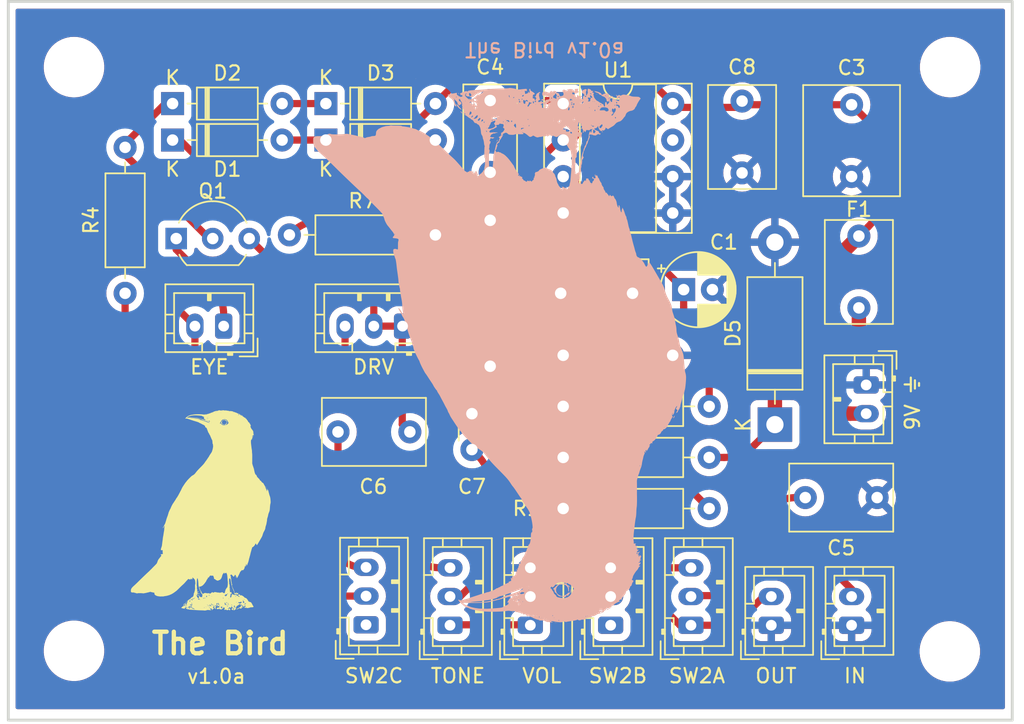
<source format=kicad_pcb>
(kicad_pcb (version 20211014) (generator pcbnew)
  (layers (0 "F.Cu" signal) (31 "B.Cu" signal) (34 "B.Paste" user) (35 "F.Paste" user) (36 "B.SilkS" user "B.Silkscreen") (37 "F.SilkS" user "F.Silkscreen") (38 "B.Mask" user) (39 "F.Mask" user) (44 "Edge.Cuts" user))
  (net 0 "")
  (net 1 "GND")
  (net 2 "Net-(C1-Pad1)")
  (net 3 "Net-(C2-Pad1)")
  (net 4 "Net-(C2-Pad2)")
  (net 5 "Net-(DRV1-Pad3)")
  (net 6 "Net-(C6-Pad2)")
  (net 7 "Net-(C7-Pad2)")
  (net 8 "Net-(D1-Pad2)")
  (net 9 "Net-(D2-Pad1)")
  (net 10 "OPAIn")
  (net 11 "Net-(C4-Pad2)")
  (net 12 "OPAOut")
  (net 13 "Net-(EYELED1-Pad1)")
  (net 15 "Net-(IN1-Pad2)")
  (net 16 "Net-(OUT1-Pad2)")
  (net 17 "Net-(D2-Pad2)")
  (net 18 "Net-(TONE1-Pad1)")
  (net 19 "Net-(D4-Pad2)")
  (net 22 "ON1")
  (net 23 "ON2")
  (net 24 "Net-(C5-Pad2)")
  (net 25 "Net-(F1-Pad1)")
  (footprint "Resistor_THT:R_Axial_DIN0207_L6.3mm_D2.5mm_P10.16mm_Horizontal" (layer "F.Cu") (at 88.646 82.804)
    (fp_text reference "R7" (at 5.08 -2.37) (layer "F.SilkS"))
    (fp_text value "10k")
    (pad "1" thru_hole circle locked (at 0 0) (size 1.6 1.6) (drill 0.8) (layers *.Cu *.Mask) (net 19 "Net-(D4-Pad2)"))
    (pad "2" thru_hole oval locked (at 10.16 0) (size 1.6 1.6) (drill 0.8) (layers *.Cu *.Mask) (net 11 "Net-(C4-Pad2)"))
  )
  (footprint "Capacitor_THT:C_Disc_D3.0mm_W1.6mm_P2.50mm" (layer "F.Cu") (at 101.346 95.25 -90)
    (fp_text reference "C7" (at 5.08 0 -180) (layer "F.SilkS"))
    (fp_text value "22n")
    (pad "1" thru_hole circle locked (at 0 0 270) (size 1.6 1.6) (drill 0.8) (layers *.Cu *.Mask) (net 1 "GND"))
    (pad "2" thru_hole circle locked (at 2.5 0 270) (size 1.6 1.6) (drill 0.8) (layers *.Cu *.Mask) (net 7 "Net-(C7-Pad2)"))
  )
  (footprint "Capacitor_THT:C_Rect_L7.0mm_W4.5mm_P5.00mm" (layer "F.Cu") (at 112.522 86.868 180)
    (fp_text reference "C2" (at 2.5 3.302) (layer "F.SilkS"))
    (fp_text value "100n")
    (pad "1" thru_hole circle locked (at 0 0 180) (size 1.6 1.6) (drill 0.8) (layers *.Cu *.Mask) (net 3 "Net-(C2-Pad1)"))
    (pad "2" thru_hole circle locked (at 5 0 180) (size 1.6 1.6) (drill 0.8) (layers *.Cu *.Mask) (net 4 "Net-(C2-Pad2)"))
  )
  (footprint "Logos:Dohle_large_bottom" (layer "F.Cu") (at 104.14 92.202 180)
    (fp_text reference "G***" hide)
    (fp_text value "LOGO" hide)
  )
  (footprint "MountingHole:MountingHole_3.2mm_M3" (layer "F.Cu") (at 73.66 71.12)
    (fp_text reference "H2" hide)
    (fp_text value "MountingHole")
    (pad "" np_thru_hole circle locked (at 0 0) (size 3.2 3.2) (drill 3.2) (layers *.Cu *.Mask))
  )
  (footprint "Capacitor_THT:C_Rect_L7.0mm_W3.5mm_P5.00mm" (layer "F.Cu") (at 102.616 78.446 90)
    (fp_text reference "C4" (at 7.326 0 180) (layer "F.SilkS"))
    (fp_text value "100p")
    (pad "1" thru_hole circle locked (at 0 0 90) (size 1.6 1.6) (drill 0.8) (layers *.Cu *.Mask) (net 4 "Net-(C2-Pad2)"))
    (pad "2" thru_hole circle locked (at 5 0 90) (size 1.6 1.6) (drill 0.8) (layers *.Cu *.Mask) (net 11 "Net-(C4-Pad2)"))
  )
  (footprint "Connector_JST:JST_PH_B2B-PH-K_1x02_P2.00mm_Vertical" (layer "F.Cu") (at 128.778 93.25 -90)
    (fp_text reference "PWR1" hide)
    (fp_text value "Out")
    (fp_text user "9V ⏚" (at 1.25 -3.222 90 unlocked) (layer "F.SilkS"))
    (pad "1" thru_hole roundrect locked (at 0 0 270) (size 1.2 1.75) (drill 0.75) (layers *.Cu *.Mask) (roundrect_rratio 0.2083333333) (net 1 "GND"))
    (pad "2" thru_hole oval locked (at 2 0 270) (size 1.2 1.75) (drill 0.75) (layers *.Cu *.Mask) (net 25 "Net-(F1-Pad1)"))
  )
  (footprint "Capacitor_THT:C_Rect_L7.0mm_W4.5mm_P5.00mm" (layer "F.Cu") (at 129.54 101.092 180)
    (fp_text reference "C5" (at 2.5 -3.5) (layer "F.SilkS"))
    (fp_text value "100n")
    (pad "1" thru_hole circle locked (at 0 0 180) (size 1.6 1.6) (drill 0.8) (layers *.Cu *.Mask) (net 1 "GND"))
    (pad "2" thru_hole circle locked (at 5 0 180) (size 1.6 1.6) (drill 0.8) (layers *.Cu *.Mask) (net 24 "Net-(C5-Pad2)"))
  )
  (footprint "Diode_THT:D_DO-35_SOD27_P7.62mm_Horizontal" (layer "F.Cu") (at 80.518 76.2)
    (fp_text reference "D1" (at 3.81 2.032) (layer "F.SilkS"))
    (fp_text value "1N4148")
    (fp_text user "K" (at 0 2.032) (layer "F.SilkS"))
    (pad "1" thru_hole rect locked (at 0 0) (size 1.6 1.6) (drill 0.8) (layers *.Cu *.Mask) (net 4 "Net-(C2-Pad2)"))
    (pad "2" thru_hole oval locked (at 7.62 0) (size 1.6 1.6) (drill 0.8) (layers *.Cu *.Mask) (net 8 "Net-(D1-Pad2)"))
  )
  (footprint "Diode_THT:D_DO-35_SOD27_P7.62mm_Horizontal" (layer "F.Cu") (at 80.518 73.66)
    (fp_text reference "D2" (at 3.81 -2.12) (layer "F.SilkS"))
    (fp_text value "1N4148")
    (fp_text user "K" (at 0 -1.8) (layer "F.SilkS"))
    (pad "1" thru_hole rect locked (at 0 0) (size 1.6 1.6) (drill 0.8) (layers *.Cu *.Mask) (net 9 "Net-(D2-Pad1)"))
    (pad "2" thru_hole oval locked (at 7.62 0) (size 1.6 1.6) (drill 0.8) (layers *.Cu *.Mask) (net 17 "Net-(D2-Pad2)"))
  )
  (footprint "MountingHole:MountingHole_3.2mm_M3" (layer "F.Cu") (at 134.62 71.12)
    (fp_text reference "H3" hide)
    (fp_text value "MountingHole")
    (pad "" np_thru_hole circle locked (at 0 0) (size 3.2 3.2) (drill 3.2) (layers *.Cu *.Mask))
  )
  (footprint "Diode_THT:D_DO-35_SOD27_P7.62mm_Horizontal" (layer "F.Cu") (at 91.186 73.66)
    (fp_text reference "D3" (at 3.81 -2.12) (layer "F.SilkS"))
    (fp_text value "1N4148")
    (fp_text user "K" (at 0 -1.8) (layer "F.SilkS"))
    (pad "1" thru_hole rect locked (at 0 0) (size 1.6 1.6) (drill 0.8) (layers *.Cu *.Mask) (net 17 "Net-(D2-Pad2)"))
    (pad "2" thru_hole oval locked (at 7.62 0) (size 1.6 1.6) (drill 0.8) (layers *.Cu *.Mask) (net 4 "Net-(C2-Pad2)"))
  )
  (footprint "MountingHole:MountingHole_3.2mm_M3" (layer "F.Cu") (at 134.6 111.8)
    (fp_text reference "H1" hide)
    (fp_text value "MountingHole")
    (pad "" np_thru_hole circle locked (at 0 0) (size 3.2 3.2) (drill 3.2) (layers *.Cu *.Mask))
  )
  (footprint "Resistor_THT:R_Axial_DIN0207_L6.3mm_D2.5mm_P10.16mm_Horizontal" (layer "F.Cu") (at 107.696 101.854)
    (fp_text reference "R1" (at -2.54 0) (layer "F.SilkS"))
    (fp_text value "10k")
    (pad "1" thru_hole circle locked (at 0 0) (size 1.6 1.6) (drill 0.8) (layers *.Cu *.Mask) (net 10 "OPAIn"))
    (pad "2" thru_hole oval locked (at 10.16 0) (size 1.6 1.6) (drill 0.8) (layers *.Cu *.Mask) (net 3 "Net-(C2-Pad1)"))
  )
  (footprint "Capacitor_THT:C_Rect_L7.0mm_W4.5mm_P5.00mm" (layer "F.Cu") (at 120.142 78.486 90)
    (fp_text reference "C8" (at 7.366 0 180) (layer "F.SilkS"))
    (fp_text value "100n")
    (pad "1" thru_hole circle locked (at 0 0 90) (size 1.6 1.6) (drill 0.8) (layers *.Cu *.Mask) (net 1 "GND"))
    (pad "2" thru_hole circle locked (at 5 0 90) (size 1.6 1.6) (drill 0.8) (layers *.Cu *.Mask) (net 22 "ON1"))
  )
  (footprint "MountingHole:MountingHole_3.2mm_M3" (layer "F.Cu") (at 73.66 111.76)
    (fp_text reference "H4" hide)
    (fp_text value "MountingHole")
    (pad "" np_thru_hole circle locked (at 0 0) (size 3.2 3.2) (drill 3.2) (layers *.Cu *.Mask))
  )
  (footprint "Connector_JST:JST_PH_B2B-PH-K_1x02_P2.00mm_Vertical" (layer "F.Cu") (at 122.174 109.982 90)
    (fp_text reference "OUT1" hide)
    (fp_text value "Out")
    (fp_text user "OUT" (at -3.518 0.326 unlocked) (layer "F.SilkS"))
    (pad "1" thru_hole roundrect locked (at 0 0 90) (size 1.2 1.75) (drill 0.75) (layers *.Cu *.Mask) (roundrect_rratio 0.2083333333) (net 1 "GND"))
    (pad "2" thru_hole oval locked (at 2 0 90) (size 1.2 1.75) (drill 0.75) (layers *.Cu *.Mask) (net 16 "Net-(OUT1-Pad2)"))
  )
  (footprint "Capacitor_THT:C_Rect_L7.0mm_W4.5mm_P5.00mm" (layer "F.Cu") (at 97.028 96.52 180)
    (fp_text reference "C6" (at 2.54 -3.81) (layer "F.SilkS"))
    (fp_text value "100n")
    (pad "1" thru_hole circle locked (at 0 0 180) (size 1.6 1.6) (drill 0.8) (layers *.Cu *.Mask) (net 11 "Net-(C4-Pad2)"))
    (pad "2" thru_hole circle locked (at 5 0 180) (size 1.6 1.6) (drill 0.8) (layers *.Cu *.Mask) (net 6 "Net-(C6-Pad2)"))
  )
  (footprint "Connector_JST:JST_PH_B3B-PH-K_1x03_P2.00mm_Vertical" (layer "F.Cu") (at 116.586 109.982 90)
    (fp_text reference "SW2A1" hide)
    (fp_text value "BYPASS")
    (fp_text user "SW2A" (at -3.518 0.414 unlocked) (layer "F.SilkS"))
    (pad "1" thru_hole roundrect locked (at 0 0 90) (size 1.2 1.75) (drill 0.75) (layers *.Cu *.Mask) (roundrect_rratio 0.2083333333) (net 16 "Net-(OUT1-Pad2)"))
    (pad "2" thru_hole oval locked (at 2 0 90) (size 1.2 1.75) (drill 0.75) (layers *.Cu *.Mask) (net 15 "Net-(IN1-Pad2)"))
    (pad "3" thru_hole oval locked (at 4 0 90) (size 1.2 1.75) (drill 0.75) (layers *.Cu *.Mask) (net 10 "OPAIn"))
  )
  (footprint "Diode_THT:D_DO-35_SOD27_P7.62mm_Horizontal" (layer "F.Cu") (at 107.696 91.186)
    (fp_text reference "D6" (at -2.54 0) (layer "F.SilkS"))
    (fp_text value "BZX55C4V7")
    (fp_text user "K" (at -2.54 -1.524) (layer "F.SilkS"))
    (pad "1" thru_hole rect locked (at 0 0) (size 1.6 1.6) (drill 0.8) (layers *.Cu *.Mask) (net 24 "Net-(C5-Pad2)"))
    (pad "2" thru_hole oval locked (at 7.62 0) (size 1.6 1.6) (drill 0.8) (layers *.Cu *.Mask) (net 1 "GND"))
  )
  (footprint "Diode_THT:D_DO-35_SOD27_P7.62mm_Horizontal" (layer "F.Cu") (at 91.186 76.2)
    (fp_text reference "D4" (at 3.81 2.032) (layer "F.SilkS"))
    (fp_text value "1N4148")
    (fp_text user "K" (at 0 2.032) (layer "F.SilkS"))
    (pad "1" thru_hole rect locked (at 0 0) (size 1.6 1.6) (drill 0.8) (layers *.Cu *.Mask) (net 8 "Net-(D1-Pad2)"))
    (pad "2" thru_hole oval locked (at 7.62 0) (size 1.6 1.6) (drill 0.8) (layers *.Cu *.Mask) (net 19 "Net-(D4-Pad2)"))
  )
  (footprint "Connector_JST:JST_PH_B3B-PH-K_1x03_P2.00mm_Vertical" (layer "F.Cu") (at 96.52 89.154 180)
    (fp_text reference "DRV1" hide)
    (fp_text value "500k lin")
    (fp_text user "DRV" (at 2.02 -2.846 unlocked) (layer "F.SilkS"))
    (pad "1" thru_hole roundrect locked (at 0 0 180) (size 1.2 1.75) (drill 0.75) (layers *.Cu *.Mask) (roundrect_rratio 0.2083333333) (net 11 "Net-(C4-Pad2)"))
    (pad "2" thru_hole oval locked (at 2 0 180) (size 1.2 1.75) (drill 0.75) (layers *.Cu *.Mask) (net 11 "Net-(C4-Pad2)"))
    (pad "3" thru_hole oval locked (at 4 0 180) (size 1.2 1.75) (drill 0.75) (layers *.Cu *.Mask) (net 5 "Net-(DRV1-Pad3)"))
  )
  (footprint "Connector_JST:JST_PH_B2B-PH-K_1x02_P2.00mm_Vertical" (layer "F.Cu") (at 127.762 109.982 90)
    (fp_text reference "IN1" hide)
    (fp_text value "In")
    (fp_text user "IN" (at -3.518 0.238 unlocked) (layer "F.SilkS"))
    (pad "1" thru_hole roundrect locked (at 0 0 90) (size 1.2 1.75) (drill 0.75) (layers *.Cu *.Mask) (roundrect_rratio 0.2083333333) (net 1 "GND"))
    (pad "2" thru_hole oval locked (at 2 0 90) (size 1.2 1.75) (drill 0.75) (layers *.Cu *.Mask) (net 15 "Net-(IN1-Pad2)"))
  )
  (footprint "Connector_JST:JST_PH_B3B-PH-K_1x03_P2.00mm_Vertical" (layer "F.Cu") (at 110.998 109.982 90)
    (fp_text reference "SW2B1" hide)
    (fp_text value "BYPASS")
    (fp_text user "SW2B" (at -3.518 0.502 unlocked) (layer "F.SilkS"))
    (pad "1" thru_hole roundrect locked (at 0 0 90) (size 1.2 1.75) (drill 0.75) (layers *.Cu *.Mask) (roundrect_rratio 0.2083333333))
    (pad "2" thru_hole oval locked (at 2 0 90) (size 1.2 1.75) (drill 0.75) (layers *.Cu *.Mask) (net 12 "OPAOut"))
    (pad "3" thru_hole oval locked (at 4 0 90) (size 1.2 1.75) (drill 0.75) (layers *.Cu *.Mask) (net 16 "Net-(OUT1-Pad2)"))
  )
  (footprint "Connector_JST:JST_PH_B3B-PH-K_1x03_P2.00mm_Vertical" (layer "F.Cu") (at 99.822 109.982 90)
    (fp_text reference "TONE1" hide)
    (fp_text value "10k lin")
    (fp_text user "TONE" (at -3.518 0.55 unlocked) (layer "F.SilkS"))
    (pad "1" thru_hole roundrect locked (at 0 0 90) (size 1.2 1.75) (drill 0.75) (layers *.Cu *.Mask) (roundrect_rratio 0.2083333333) (net 18 "Net-(TONE1-Pad1)"))
    (pad "2" thru_hole oval locked (at 2 0 90) (size 1.2 1.75) (drill 0.75) (layers *.Cu *.Mask) (net 7 "Net-(C7-Pad2)"))
    (pad "3" thru_hole oval locked (at 4 0 90) (size 1.2 1.75) (drill 0.75) (layers *.Cu *.Mask) (net 6 "Net-(C6-Pad2)"))
  )
  (footprint "Package_DIP:DIP-8_W7.62mm_Socket" (layer "F.Cu") (at 107.696 73.66)
    (fp_text reference "U1" (at 3.81 -2.33) (layer "F.SilkS"))
    (fp_text value "NE5532")
    (pad "1" thru_hole rect locked (at 0 0) (size 1.6 1.6) (drill 0.8) (layers *.Cu *.Mask) (net 11 "Net-(C4-Pad2)"))
    (pad "2" thru_hole oval locked (at 0 2.54) (size 1.6 1.6) (drill 0.8) (layers *.Cu *.Mask) (net 4 "Net-(C2-Pad2)"))
    (pad "3" thru_hole oval locked (at 0 5.08) (size 1.6 1.6) (drill 0.8) (layers *.Cu *.Mask) (net 2 "Net-(C1-Pad1)"))
    (pad "4" thru_hole oval locked (at 0 7.62) (size 1.6 1.6) (drill 0.8) (layers *.Cu *.Mask) (net 1 "GND"))
    (pad "5" thru_hole oval locked (at 7.62 7.62) (size 1.6 1.6) (drill 0.8) (layers *.Cu *.Mask) (net 1 "GND"))
    (pad "6" thru_hole oval locked (at 7.62 5.08) (size 1.6 1.6) (drill 0.8) (layers *.Cu *.Mask) (net 1 "GND"))
    (pad "7" thru_hole oval locked (at 7.62 2.54) (size 1.6 1.6) (drill 0.8) (layers *.Cu *.Mask))
    (pad "8" thru_hole oval locked (at 7.62 0) (size 1.6 1.6) (drill 0.8) (layers *.Cu *.Mask) (net 22 "ON1"))
  )
  (footprint "Capacitor_THT:C_Rect_L7.0mm_W4.5mm_P5.00mm" (layer "F.Cu") (at 128.27 87.884 90)
    (fp_text reference "F1" (at 6.858 0) (layer "F.SilkS"))
    (fp_text value "<200mA PTC")
    (pad "1" thru_hole circle locked (at 0 0 90) (size 1.6 1.6) (drill 0.8) (layers *.Cu *.Mask) (net 25 "Net-(F1-Pad1)"))
    (pad "2" thru_hole circle locked (at 5 0 90) (size 1.6 1.6) (drill 0.8) (layers *.Cu *.Mask) (net 22 "ON1"))
  )
  (footprint "Capacitor_THT:C_Rect_L7.5mm_W6.5mm_P5.00mm" (layer "F.Cu") (at 127.762 78.74 90)
    (fp_text reference "C3" (at 7.58 0 180) (layer "F.SilkS"))
    (fp_text value "1u")
    (pad "1" thru_hole circle locked (at 0 0 90) (size 1.6 1.6) (drill 0.8) (layers *.Cu *.Mask) (net 1 "GND"))
    (pad "2" thru_hole circle locked (at 5 0 90) (size 1.6 1.6) (drill 0.8) (layers *.Cu *.Mask) (net 22 "ON1"))
  )
  (footprint "Logos:Dohle_15mm_top" (layer "F.Cu") (at 82.804 101.6)
    (fp_text reference "" hide)
    (fp_text value "LOGO" hide)
  )
  (footprint "Connector_JST:JST_PH_B3B-PH-K_1x03_P2.00mm_Vertical" (layer "F.Cu") (at 93.98 109.95 90)
    (fp_text reference "SW2C1" hide)
    (fp_text value "BYPASS")
    (fp_text user "SW2C" (at -3.55 0.55 unlocked) (layer "F.SilkS"))
    (pad "1" thru_hole roundrect locked (at 0 0 90) (size 1.2 1.75) (drill 0.75) (layers *.Cu *.Mask) (roundrect_rratio 0.2083333333))
    (pad "2" thru_hole oval locked (at 2 0 90) (size 1.2 1.75) (drill 0.75) (layers *.Cu *.Mask) (net 23 "ON2"))
    (pad "3" thru_hole oval locked (at 4 0 90) (size 1.2 1.75) (drill 0.75) (layers *.Cu *.Mask) (net 22 "ON1"))
  )
  (footprint "Resistor_THT:R_Axial_DIN0207_L6.3mm_D2.5mm_P10.16mm_Horizontal" (layer "F.Cu") (at 107.696 94.742)
    (fp_text reference "R5" (at -2.54 0) (layer "F.SilkS"))
    (fp_text value "10k")
    (pad "1" thru_hole circle locked (at 0 0) (size 1.6 1.6) (drill 0.8) (layers *.Cu *.Mask) (net 24 "Net-(C5-Pad2)"))
    (pad "2" thru_hole oval locked (at 10.16 0) (size 1.6 1.6) (drill 0.8) (layers *.Cu *.Mask) (net 2 "Net-(C1-Pad1)"))
  )
  (footprint "Capacitor_THT:CP_Radial_D5.0mm_P2.00mm" (layer "F.Cu") (at 116.078 86.614)
    (fp_text reference "C1" (at 2.794 -3.302) (layer "F.SilkS"))
    (fp_text value "47u")
    (pad "1" thru_hole rect locked (at 0 0) (size 1.6 1.6) (drill 0.8) (layers *.Cu *.Mask) (net 2 "Net-(C1-Pad1)"))
    (pad "2" thru_hole circle locked (at 2 0) (size 1.6 1.6) (drill 0.8) (layers *.Cu *.Mask) (net 1 "GND"))
  )
  (footprint "Diode_THT:D_DO-15_P12.70mm_Horizontal" (layer "F.Cu") (at 122.428 96.012 90)
    (fp_text reference "D5" (at 6.35 -2.92 90) (layer "F.SilkS"))
    (fp_text value "1n4001")
    (fp_text user "K" (at 0 -2.2 90) (layer "F.SilkS"))
    (pad "1" thru_hole rect locked (at 0 0 90) (size 2.4 2.4) (drill 1.2) (layers *.Cu *.Mask) (net 22 "ON1"))
    (pad "2" thru_hole oval locked (at 12.7 0 90) (size 2.4 2.4) (drill 1.2) (layers *.Cu *.Mask) (net 1 "GND"))
  )
  (footprint "Connector_JST:JST_PH_B3B-PH-K_1x03_P2.00mm_Vertical" (layer "F.Cu") (at 105.41 109.982 90)
    (fp_text reference "VOL1" hide)
    (fp_text value "100k log")
    (fp_text user "VOL" (at -3.518 0.8 unlocked) (layer "F.SilkS"))
    (pad "1" thru_hole roundrect locked (at 0 0 90) (size 1.2 1.75) (drill 0.75) (layers *.Cu *.Mask) (roundrect_rratio 0.2083333333) (net 18 "Net-(TONE1-Pad1)"))
    (pad "2" thru_hole oval locked (at 2 0 90) (size 1.2 1.75) (drill 0.75) (layers *.Cu *.Mask) (net 12 "OPAOut"))
    (pad "3" thru_hole oval locked (at 4 0 90) (size 1.2 1.75) (drill 0.75) (layers *.Cu *.Mask) (net 1 "GND"))
  )
  (footprint "Connector_JST:JST_PH_B2B-PH-K_1x02_P2.00mm_Vertical" (layer "F.Cu") (at 84.074 89.154 180)
    (fp_text reference "EYELED1" hide)
    (fp_text value "2.1V 20mA")
    (fp_text user "EYE" (at 1 -2.846 unlocked) (layer "F.SilkS"))
    (pad "1" thru_hole roundrect locked (at 0 0 180) (size 1.2 1.75) (drill 0.75) (layers *.Cu *.Mask) (roundrect_rratio 0.2083333333) (net 13 "Net-(EYELED1-Pad1)"))
    (pad "2" thru_hole oval locked (at 2 0 180) (size 1.2 1.75) (drill 0.75) (layers *.Cu *.Mask) (net 22 "ON1"))
  )
  (footprint "Package_TO_SOT_THT:TO-92_Inline_Wide" (layer "F.Cu") (at 80.772 83.058)
    (fp_text reference "Q1" (at 2.54 -3.302) (layer "F.SilkS"))
    (fp_text value "BC547C")
    (pad "1" thru_hole rect locked (at 0 0) (size 1.5 1.5) (drill 0.8) (layers *.Cu *.Mask) (net 13 "Net-(EYELED1-Pad1)"))
    (pad "2" thru_hole circle locked (at 2.54 0) (size 1.5 1.5) (drill 0.8) (layers *.Cu *.Mask) (net 9 "Net-(D2-Pad1)"))
    (pad "3" thru_hole circle locked (at 5.08 0) (size 1.5 1.5) (drill 0.8) (layers *.Cu *.Mask) (net 11 "Net-(C4-Pad2)"))
  )
  (footprint "Resistor_THT:R_Axial_DIN0207_L6.3mm_D2.5mm_P10.16mm_Horizontal" (layer "F.Cu") (at 107.696 98.298)
    (fp_text reference "R2" (at -2.54 0) (layer "F.SilkS"))
    (fp_text value "1k")
    (pad "1" thru_hole circle locked (at 0 0) (size 1.6 1.6) (drill 0.8) (layers *.Cu *.Mask) (net 24 "Net-(C5-Pad2)"))
    (pad "2" thru_hole oval locked (at 10.16 0) (size 1.6 1.6) (drill 0.8) (layers *.Cu *.Mask) (net 22 "ON1"))
  )
  (footprint "Resistor_THT:R_Axial_DIN0207_L6.3mm_D2.5mm_P10.16mm_Horizontal" (layer "F.Cu") (at 77.216 86.868 90)
    (fp_text reference "R4" (at 5.08 -2.37 90) (layer "F.SilkS"))
    (fp_text value "470k")
    (pad "1" thru_hole circle locked (at 0 0 90) (size 1.6 1.6) (drill 0.8) (layers *.Cu *.Mask) (net 23 "ON2"))
    (pad "2" thru_hole oval locked (at 10.16 0 90) (size 1.6 1.6) (drill 0.8) (layers *.Cu *.Mask) (net 9 "Net-(D2-Pad1)"))
  )
  (footprint "Resistor_THT:R_Axial_DIN0207_L6.3mm_D2.5mm_P10.16mm_Horizontal" (layer "F.Cu") (at 102.616 81.788 -90)
    (fp_text reference "R3" (at 5.08 2.286 90) (layer "F.SilkS"))
    (fp_text value "10k")
    (pad "1" thru_hole circle locked (at 0 0 270) (size 1.6 1.6) (drill 0.8) (layers *.Cu *.Mask) (net 4 "Net-(C2-Pad2)"))
    (pad "2" thru_hole oval locked (at 10.16 0 270) (size 1.6 1.6) (drill 0.8) (layers *.Cu *.Mask) (net 5 "Net-(DRV1-Pad3)"))
  )
  (gr_rect (start 69.088 66.548) (end 138.938 116.586) (layer "Edge.Cuts") (width 0.2) (fill none))
  (gr_text "The Bird v1.0a" (at 106.426 69.9008 180) (layer "B.SilkS") (effects (font (size 1 1)) (justify mirror)))
  (gr_text "v1.0a" (at 83.566 113.538) (layer "F.SilkS") (effects (font (size 1 1))))
  (gr_text "The Bird" (at 83.82 111.252) (layer "F.SilkS") (effects (font (size 1.5 1.5) (thickness 0.3))))
  (segment (start 108.24 78.74) (end 116.078 86.578) (width 0.5) (layer "F.Cu") (net 2))
  (segment (start 116.078 86.578) (end 116.078 86.614) (width 0.5) (layer "F.Cu") (net 2))
  (segment (start 117.856 94.742) (end 117.856 92.098641) (width 0.5) (layer "F.Cu") (net 2))
  (segment (start 116.97732 89.97732) (end 116.956679 89.956679) (width 0.5) (layer "F.Cu") (net 2))
  (segment (start 116.078 87.835359) (end 116.078 86.614) (width 0.5) (layer "F.Cu") (net 2))
  (segment (start 107.696 78.74) (end 108.24 78.74) (width 0.5) (layer "F.Cu") (net 2))
  (arc (start 116.956679 89.956679) (mid 116.306361 88.983409) (end 116.078 87.835359) (width 0.5) (layer "F.Cu") (net 2))
  (arc (start 116.97732 89.97732) (mid 117.627639 90.95059) (end 117.856 92.098641) (width 0.5) (layer "F.Cu") (net 2))
  (segment (start 117.856 101.854) (end 113.400679 97.398679) (width 0.5) (layer "F.Cu") (net 3))
  (segment (start 112.522 95.277359) (end 112.522 86.868) (width 0.5) (layer "F.Cu") (net 3))
  (arc (start 113.400679 97.398679) (mid 112.750361 96.425409) (end 112.522 95.277359) (width 0.5) (layer "F.Cu") (net 3))
  (segment (start 98.806 73.66) (end 100.032214 72.433786) (width 0.5) (layer "F.Cu") (net 4))
  (segment (start 109.5 73.011337) (end 109.5 74.419606) (width 0.5) (layer "F.Cu") (net 4))
  (segment (start 84.300641 78.232) (end 92.991359 78.232) (width 0.5) (layer "F.Cu") (net 4))
  (segment (start 108.3 76.2) (end 107.696 76.2) (width 0.5) (layer "F.Cu") (net 4))
  (segment (start 102.616 81.962) (end 102.616 81.788) (width 0.5) (layer "F.Cu") (net 4))
  (segment (start 102.616 81.788) (end 102.616 78.446) (width 0.5) (layer "F.Cu") (net 4))
  (segment (start 109.0896 75.4104) (end 108.3 76.2) (width 0.5) (layer "F.Cu") (net 4))
  (segment (start 95.11268 77.35332) (end 98.806 73.66) (width 0.5) (layer "F.Cu") (net 4))
  (segment (start 80.518 76.2) (end 81.028927 76.2) (width 0.5) (layer "F.Cu") (net 4))
  (segment (start 106.07468 77.56732) (end 107.442 76.2) (width 0.5) (layer "F.Cu") (net 4))
  (segment (start 101.446427 71.848) (end 108.336663 71.848) (width 0.5) (layer "F.Cu") (net 4))
  (segment (start 81.028927 76.2) (end 82.299833 77.470906) (width 0.5) (layer "F.Cu") (net 4))
  (segment (start 107.522 86.868) (end 102.616 81.962) (width 0.5) (layer "F.Cu") (net 4))
  (segment (start 107.442 76.2) (end 107.696 76.2) (width 0.5) (layer "F.Cu") (net 4))
  (segment (start 102.616 78.446) (end 103.953359 78.446) (width 0.5) (layer "F.Cu") (net 4))
  (arc (start 109.5 74.419606) (mid 109.39334 74.95582) (end 109.0896 75.4104) (width 0.5) (layer "F.Cu") (net 4))
  (arc (start 101.446427 71.848) (mid 100.68106 72.000241) (end 100.032214 72.433786) (width 0.5) (layer "F.Cu") (net 4))
  (arc (start 92.991359 78.232) (mid 94.13941 78.003639) (end 95.11268 77.35332) (width 0.5) (layer "F.Cu") (net 4))
  (arc (start 106.07468 77.56732) (mid 105.10141 78.217639) (end 103.953359 78.446) (width 0.5) (layer "F.Cu") (net 4))
  (arc (start 108.336663 71.848) (mid 109.159266 72.188734) (end 109.5 73.011337) (width 0.5) (layer "F.Cu") (net 4))
  (arc (start 82.299833 77.470906) (mid 83.230777 78.034747) (end 84.300641 78.232) (width 0.5) (layer "F.Cu") (net 4))
  (segment (start 92.52 92.453573) (end 92.52 89.154) (width 0.5) (layer "F.Cu") (net 5))
  (segment (start 93.902213 94.664213) (end 93.105786 93.867786) (width 0.5) (layer "F.Cu") (net 5))
  (segment (start 100.760213 92.533787) (end 99.899786 93.394214) (width 0.5) (layer "F.Cu") (net 5))
  (segment (start 98.728213 98.629787) (end 98.629786 98.728214) (width 0.5) (layer "F.Cu") (net 5))
  (segment (start 95.680213 98.728213) (end 95.073786 98.121786) (width 0.5) (layer "F.Cu") (net 5))
  (segment (start 97.215573 99.314) (end 97.094427 99.314) (width 0.5) (layer "F.Cu") (net 5))
  (segment (start 102.616 91.948) (end 102.174427 91.948) (width 0.5) (layer "F.Cu") (net 5))
  (segment (start 99.314 94.808427) (end 99.314 97.215573) (width 0.5) (layer "F.Cu") (net 5))
  (segment (start 94.488 96.707573) (end 94.488 96.078427) (width 0.5) (layer "F.Cu") (net 5))
  (arc (start 98.728213 98.629787) (mid 99.161759 97.98094) (end 99.314 97.215573) (width 0.5) (layer "F.Cu") (net 5))
  (arc (start 100.760213 92.533787) (mid 101.40906 92.100241) (end 102.174427 91.948) (width 0.5) (layer "F.Cu") (net 5))
  (arc (start 93.902213 94.664213) (mid 94.335759 95.31306) (end 94.488 96.078427) (width 0.5) (layer "F.Cu") (net 5))
  (arc (start 99.899786 93.394214) (mid 99.466241 94.04306) (end 99.314 94.808427) (width 0.5) (layer "F.Cu") (net 5))
  (arc (start 92.52 92.453573) (mid 92.672241 93.21894) (end 93.105786 93.867786) (width 0.5) (layer "F.Cu") (net 5))
  (arc (start 98.629786 98.728214) (mid 97.98094 99.161759) (end 97.215573 99.314) (width 0.5) (layer "F.Cu") (net 5))
  (arc (start 95.073786 98.121786) (mid 94.640241 97.47294) (end 94.488 96.707573) (width 0.5) (layer "F.Cu") (net 5))
  (arc (start 97.094427 99.314) (mid 96.32906 99.161759) (end 95.680213 98.728213) (width 0.5) (layer "F.Cu") (net 5))
  (segment (start 99.176641 105.982) (end 99.822 105.982) (width 0.5) (layer "F.Cu") (net 6))
  (segment (start 92.90668 100.95468) (end 97.055321 105.103321) (width 0.5) (layer "F.Cu") (net 6))
  (segment (start 92.028 96.52) (end 92.028 98.833359) (width 0.5) (layer "F.Cu") (net 6))
  (arc (start 99.176641 105.982) (mid 98.028591 105.753639) (end 97.055321 105.103321) (width 0.5) (layer "F.Cu") (net 6))
  (arc (start 92.90668 100.95468) (mid 92.256361 99.98141) (end 92.028 98.833359) (width 0.5) (layer "F.Cu") (net 6))
  (segment (start 102.616 104.641359) (end 102.616 100.262641) (width 0.5) (layer "F.Cu") (net 7))
  (segment (start 101.73732 98.14132) (end 101.346 97.75) (width 0.5) (layer "F.Cu") (net 7))
  (segment (start 99.822 107.982) (end 100.518 107.982) (width 0.5) (layer "F.Cu") (net 7))
  (segment (start 100.518 107.982) (end 101.737321 106.762679) (width 0.5) (layer "F.Cu") (net 7))
  (arc (start 101.73732 98.14132) (mid 102.387639 99.11459) (end 102.616 100.262641) (width 0.5) (layer "F.Cu") (net 7))
  (arc (start 101.737321 106.762679) (mid 102.387639 105.789409) (end 102.616 104.641359) (width 0.5) (layer "F.Cu") (net 7))
  (segment (start 88.138 76.2) (end 91.186 76.2) (width 0.5) (layer "F.Cu") (net 8))
  (segment (start 80.01 73.66) (end 80.518 73.66) (width 0.5) (layer "F.Cu") (net 9))
  (segment (start 77.216 76.454) (end 80.01 73.66) (width 0.5) (layer "F.Cu") (net 9))
  (segment (start 77.216 76.708) (end 77.216 77.216) (width 0.5) (layer "F.Cu") (net 9))
  (segment (start 83.058 83.058) (end 83.312 83.058) (width 0.5) (layer "F.Cu") (net 9))
  (segment (start 77.216 76.708) (end 77.216 76.454) (width 0.5) (layer "F.Cu") (net 9))
  (segment (start 77.216 77.216) (end 83.058 83.058) (width 0.5) (layer "F.Cu") (net 9))
  (segment (start 115.352641 105.982) (end 116.586 105.982) (width 0.5) (layer "F.Cu") (net 10))
  (segment (start 107.696 101.854) (end 108.739359 101.854) (width 0.5) (layer "F.Cu") (net 10))
  (segment (start 110.86068 102.73268) (end 113.231321 105.103321) (width 0.5) (layer "F.Cu") (net 10))
  (arc (start 110.86068 102.73268) (mid 109.88741 102.082361) (end 108.739359 101.854) (width 0.5) (layer "F.Cu") (net 10))
  (arc (start 115.352641 105.982) (mid 114.204591 105.753639) (end 113.231321 105.103321) (width 0.5) (layer "F.Cu") (net 10))
  (segment (start 90.142641 86.106) (end 93.98 86.106) (width 0.5) (layer "F.Cu") (net 11))
  (segment (start 94.52 87.060214) (end 94.52 89.154) (width 0.5) (layer "F.Cu") (net 11))
  (segment (start 94.52 89.154) (end 96.52 89.154) (width 0.5) (layer "F.Cu") (net 11))
  (segment (start 97.696214 82.804) (end 98.806 82.804) (width 0.5) (layer "F.Cu") (net 11))
  (segment (start 98.806 82.804) (end 99.705321 81.904679) (width 0.5) (layer "F.Cu") (net 11))
  (segment (start 93.98 86.106) (end 94.227107 86.353107) (width 0.5) (layer "F.Cu") (net 11))
  (segment (start 101.46268 74.59932) (end 102.616 73.446) (width 0.5) (layer "F.Cu") (net 11))
  (segment (start 102.616 73.446) (end 107.482 73.446) (width 0.5) (layer "F.Cu") (net 11))
  (segment (start 107.482 73.446) (end 107.696 73.66) (width 0.5) (layer "F.Cu") (net 11))
  (segment (start 97.028 96.52) (end 96.5 95.992) (width 0.5) (layer "F.Cu") (net 11))
  (segment (start 85.852 83.058) (end 88.021321 85.227321) (width 0.5) (layer "F.Cu") (net 11))
  (segment (start 96.5 95.992) (end 96.5 89.174) (width 0.5) (layer "F.Cu") (net 11))
  (segment (start 93.98 86.106) (end 96.989107 83.096893) (width 0.5) (layer "F.Cu") (net 11))
  (segment (start 96.5 89.174) (end 96.52 89.154) (width 0.5) (layer "F.Cu") (net 11))
  (segment (start 100.584 79.783359) (end 100.584 76.720641) (width 0.5) (layer "F.Cu") (net 11))
  (arc (start 94.52 87.060214) (mid 94.44388 86.677531) (end 94.227107 86.353107) (width 0.5) (layer "F.Cu") (net 11))
  (arc (start 97.696214 82.804) (mid 97.313531 82.88012) (end 96.989107 83.096893) (width 0.5) (layer "F.Cu") (net 11))
  (arc (start 90.142641 86.106) (mid 88.994591 85.877639) (end 88.021321 85.227321) (width 0.5) (layer "F.Cu") (net 11))
  (arc (start 99.705321 81.904679) (mid 100.355639 80.931409) (end 100.584 79.783359) (width 0.5) (layer "F.Cu") (net 11))
  (arc (start 101.46268 74.59932) (mid 100.812361 75.57259) (end 100.584 76.720641) (width 0.5) (layer "F.Cu") (net 11))
  (segment (start 105.474 107.918) (end 110.934 107.918) (width 0.5) (layer "F.Cu") (net 12))
  (segment (start 110.934 107.918) (end 110.998 107.982) (width 0.5) (layer "F.Cu") (net 12))
  (segment (start 105.41 107.982) (end 105.474 107.918) (width 0.5) (layer "F.Cu") (net 12))
  (segment (start 84.074 88.364641) (end 84.074 89.154) (width 0.5) (layer "F.Cu") (net 13))
  (segment (start 80.772 83.82) (end 83.195321 86.243321) (width 0.5) (layer "F.Cu") (net 13))
  (segment (start 80.772 83.058) (end 80.772 83.82) (width 0.5) (layer "F.Cu") (net 13))
  (arc (start 83.195321 86.243321) (mid 83.845639 87.216591) (end 84.074 88.364641) (width 0.5) (layer "F.Cu") (net 13))
  (segment (start 120.29068 107.03932) (end 120.787321 106.542679) (width 0.5) (layer "F.Cu") (net 15))
  (segment (start 116.586 107.982) (end 116.65 107.918) (width 0.5) (layer "F.Cu") (net 15))
  (segment (start 126.83068 106.54268) (end 127.762 107.474) (width 0.5) (layer "F.Cu") (net 15))
  (segment (start 116.65 107.918) (end 118.169359 107.918) (width 0.5) (layer "F.Cu") (net 15))
  (segment (start 127.762 107.474) (end 127.762 107.982) (width 0.5) (layer "F.Cu") (net 15))
  (segment (start 122.908641 105.664) (end 124.709359 105.664) (width 0.5) (layer "F.Cu") (net 15))
  (arc (start 126.83068 106.54268) (mid 125.85741 105.892361) (end 124.709359 105.664) (width 0.5) (layer "F.Cu") (net 15))
  (arc (start 120.29068 107.03932) (mid 119.31741 107.689639) (end 118.169359 107.918) (width 0.5) (layer "F.Cu") (net 15))
  (arc (start 120.787321 106.542679) (mid 121.760591 105.892361) (end 122.908641 105.664) (width 0.5) (layer "F.Cu") (net 15))
  (segment (start 115.824 109.982) (end 116.586 109.982) (width 0.5) (layer "F.Cu") (net 16))
  (segment (start 121.634 107.982) (end 122.174 107.982) (width 0.5) (layer "F.Cu") (net 16))
  (segment (start 111.824 105.982) (end 115.824 109.982) (width 0.5) (layer "F.Cu") (net 16))
  (segment (start 110.998 105.982) (end 111.824 105.982) (width 0.5) (layer "F.Cu") (net 16))
  (segment (start 116.586 109.982) (end 118.391359 109.982) (width 0.5) (layer "F.Cu") (net 16))
  (segment (start 120.51268 109.10332) (end 121.634 107.982) (width 0.5) (layer "F.Cu") (net 16))
  (arc (start 118.391359 109.982) (mid 119.53941 109.753638) (end 120.51268 109.10332) (width 0.5) (layer "F.Cu") (net 16))
  (segment (start 88.138 73.66) (end 91.186 73.66) (width 0.5) (layer "F.Cu") (net 17))
  (segment (start 99.854 109.95) (end 105.378 109.95) (width 0.5) (layer "F.Cu") (net 18))
  (segment (start 105.378 109.95) (end 105.41 109.982) (width 0.5) (layer "F.Cu") (net 18))
  (segment (start 99.822 109.982) (end 99.854 109.95) (width 0.5) (layer "F.Cu") (net 18))
  (segment (start 88.646 82.804) (end 88.783321 82.666679) (width 0.5) (layer "F.Cu") (net 19))
  (segment (start 98.806 76.481359) (end 98.806 76.2) (width 0.5) (layer "F.Cu") (net 19))
  (segment (start 90.904641 81.788) (end 93.499359 81.788) (width 0.5) (layer "F.Cu") (net 19))
  (segment (start 95.62068 80.90932) (end 97.927321 78.602679) (width 0.5) (layer "F.Cu") (net 19))
  (arc (start 97.927321 78.602679) (mid 98.577639 77.629409) (end 98.806 76.481359) (width 0.5) (layer "F.Cu") (net 19))
  (arc (start 93.499359 81.788) (mid 94.647409 81.559638) (end 95.62068 80.90932) (width 0.5) (layer "F.Cu") (net 19))
  (arc (start 88.783321 82.666679) (mid 89.756591 82.016361) (end 90.904641 81.788) (width 0.5) (layer "F.Cu") (net 19))
  (segment (start 79.38532 70.98268) (end 76.062679 74.305321) (width 0.5) (layer "F.Cu") (net 22))
  (segment (start 76.06268 78.70428) (end 78.216921 80.858521) (width 0.5) (layer "F.Cu") (net 22))
  (segment (start 128.91532 74.89332) (end 127.762 73.74) (width 0.5) (layer "F.Cu") (net 22))
  (segment (start 128.27 82.884) (end 128.915321 82.238679) (width 0.5) (layer "F.Cu") (net 22))
  (segment (start 129.794 80.117359) (end 129.794 77.014641) (width 0.5) (layer "F.Cu") (net 22))
  (segment (start 122.428 89.968641) (end 122.428 96.012) (width 1) (layer "F.Cu") (net 22))
  (segment (start 128.27 82.884) (end 123.306679 87.847321) (width 1) (layer "F.Cu") (net 22))
  (segment (start 93.708471 105.95) (end 93.98 105.95) (width 0.5) (layer "F.Cu") (net 22))
  (segment (start 115.58 73.924) (end 119.704 73.924) (width 0.5) (layer "F.Cu") (net 22))
  (segment (start 75.184 76.426641) (end 75.184 76.582959) (width 0.5) (layer "F.Cu") (net 22))
  (segment (start 79.0956 82.979841) (end 79.0956 84.932959) (width 0.5) (layer "F.Cu") (net 22))
  (segment (start 115.316 73.66) (end 115.58 73.924) (width 0.5) (layer "F.Cu") (net 22))
  (segment (start 119.704 73.924) (end 120.142 73.486) (width 0.5) (layer "F.Cu") (net 22))
  (segment (start 121.02068 97.41932) (end 122.428 96.012) (width 0.5) (layer "F.Cu") (net 22))
  (segment (start 110.517359 70.104) (end 81.506641 70.104) (width 0.5) (layer "F.Cu") (net 22))
  (segment (start 82.95268 96.022636) (end 92.294258 105.364214) (width 0.5) (layer "F.Cu") (net 22))
  (segment (start 82.074 89.154) (end 82.074 93.901315) (width 0.5) (layer "F.Cu") (net 22))
  (segment (start 120.142 73.486) (end 120.396 73.74) (width 0.5) (layer "F.Cu") (net 22))
  (segment (start 120.396 73.74) (end 127.762 73.74) (width 0.5) (layer "F.Cu") (net 22))
  (segment (start 79.97428 87.05428) (end 82.074 89.154) (width 0.5) (layer "F.Cu") (net 22))
  (segment (start 115.316 73.66) (end 112.638679 70.982679) (width 0.5) (layer "F.Cu") (net 22))
  (segment (start 117.856 98.298) (end 118.899359 98.298) (width 0.5) (layer "F.Cu") (net 22))
  (arc (start 123.306679 87.847321) (mid 122.656361 88.820591) (end 122.428 89.968641) (width 1) (layer "F.Cu") (net 22))
  (arc (start 79.97428 87.05428) (mid 79.323961 86.08101) (end 79.0956 84.932959) (width 0.5) (layer "F.Cu") (net 22))
  (arc (start 129.794 80.117359) (mid 129.565639 81.265409) (end 128.915321 82.238679) (width 0.5) (layer "F.Cu") (net 22))
  (arc (start 118.899359 98.298) (mid 120.04741 98.069638) (end 121.02068 97.41932) (width 0.5) (layer "F.Cu") (net 22))
  (arc (start 78.216921 80.858521) (mid 78.867239 81.831791) (end 79.0956 82.979841) (width 0.5) (layer "F.Cu") (net 22))
  (arc (start 76.062679 74.305321) (mid 75.412361 75.278591) (end 75.184 76.426641) (width 0.5) (layer "F.Cu") (net 22))
  (arc (start 79.38532 70.98268) (mid 80.35859 70.332361) (end 81.506641 70.104) (width 0.5) (layer "F.Cu") (net 22))
  (arc (start 82.95268 96.022636) (mid 82.302361 95.049366) (end 82.074 93.901315) (width 0.5) (layer "F.Cu") (net 22))
  (arc (start 93.708471 105.95) (mid 92.943104 105.797759) (end 92.294258 105.364214) (width 0.5) (layer "F.Cu") (net 22))
  (arc (start 112.638679 70.982679) (mid 111.665409 70.332361) (end 110.517359 70.104) (width 0.5) (layer "F.Cu") (net 22))
  (arc (start 76.06268 78.70428) (mid 75.412361 77.73101) (end 75.184 76.582959) (width 0.5) (layer "F.Cu") (net 22))
  (arc (start 129.794 77.014641) (mid 129.565638 75.86659) (end 128.91532 74.89332) (width 0.5) (layer "F.Cu") (net 22))
  (segment (start 78.09468 99.53965) (end 85.626351 107.071321) (width 0.5) (layer "F.Cu") (net 23))
  (segment (start 77.216 86.868) (end 77.216 97.418329) (width 0.5) (layer "F.Cu") (net 23))
  (segment (start 87.747671 107.95) (end 93.98 107.95) (width 0.5) (layer "F.Cu") (net 23))
  (arc (start 77.216 97.418329) (mid 77.444362 98.56638) (end 78.09468 99.53965) (width 0.5) (layer "F.Cu") (net 23))
  (arc (start 85.626351 107.071321) (mid 86.599621 107.721639) (end 87.747671 107.95) (width 0.5) (layer "F.Cu") (net 23))
  (segment (start 124.54 101.092) (end 123.924641 101.092) (width 0.5) (layer "F.Cu") (net 24))
  (segment (start 107.696 94.742) (end 107.696 98.298) (width 0.5) (layer "F.Cu") (net 24))
  (segment (start 109.247359 98.298) (end 107.696 98.298) (width 0.5) (layer "F.Cu") (net 24))
  (segment (start 115.45332 103.26132) (end 111.368679 99.176679) (width 0.5) (layer "F.Cu") (net 24))
  (segment (start 121.80332 101.97068) (end 120.512679 103.261321) (width 0.5) (layer "F.Cu") (net 24))
  (segment (start 118.391359 104.14) (end 117.574641 104.14) (width 0.5) (layer "F.Cu") (net 24))
  (segment (start 107.696 91.186) (end 107.696 94.742) (width 0.5) (layer "F.Cu") (net 24))
  (arc (start 121.80332 101.97068) (mid 122.77659 101.320361) (end 123.924641 101.092) (width 0.5) (layer "F.Cu") (net 24))
  (arc (start 111.368679 99.176679) (mid 110.395409 98.526361) (end 109.247359 98.298) (width 0.5) (layer "F.Cu") (net 24))
  (arc (start 118.391359 104.14) (mid 119.539409 103.911639) (end 120.512679 103.261321) (width 0.5) (layer "F.Cu") (net 24))
  (arc (start 117.574641 104.14) (mid 116.42659 103.911638) (end 115.45332 103.26132) (width 0.5) (layer "F.Cu") (net 24))
  (segment (start 128.27 87.884) (end 128.27 89.815786) (width 1) (layer "F.Cu") (net 25))
  (segment (start 127.664214 95.25) (end 128.778 95.25) (width 1) (layer "F.Cu") (net 25))
  (segment (start 126.792893 94.792893) (end 126.957107 94.957107) (width 1) (layer "F.Cu") (net 25))
  (segment (start 127.977107 90.522893) (end 126.792893 91.707107) (width 1) (layer "F.Cu") (net 25))
  (segment (start 126.5 92.414214) (end 126.5 94.085786) (width 1) (layer "F.Cu") (net 25))
  (arc (start 127.977107 90.522893) (mid 128.19388 90.19847) (end 128.27 89.815786) (width 1) (layer "F.Cu") (net 25))
  (arc (start 126.5 94.085786) (mid 126.57612 94.468469) (end 126.792893 94.792893) (width 1) (layer "F.Cu") (net 25))
  (arc (start 127.664214 95.25) (mid 127.281531 95.17388) (end 126.957107 94.957107) (width 1) (layer "F.Cu") (net 25))
  (arc (start 126.792893 91.707107) (mid 126.57612 92.03153) (end 126.5 92.414214) (width 1) (layer "F.Cu") (net 25))
  (zone (net 1) (net_name "GND") (layer "F.Cu") (connect_pads (clearance 0.508)) (min_thickness 0.254) (fill yes (thermal_gap 0.508) (thermal_bridge_width 0.508))
    (polygon (pts (xy 138.43 115.824) (xy 69.596 115.824) (xy 69.596 67.056) (xy 138.43 67.0052)))
  )
  (zone (net 1) (net_name "GND") (layer "B.Cu") (connect_pads (clearance 0.508)) (min_thickness 0.254) (fill yes (thermal_gap 0.508) (thermal_bridge_width 0.508))
    (polygon (pts (xy 138.43 115.824) (xy 69.596 115.824) (xy 69.596 67.056) (xy 138.43 67.056)))
  )
)
</source>
